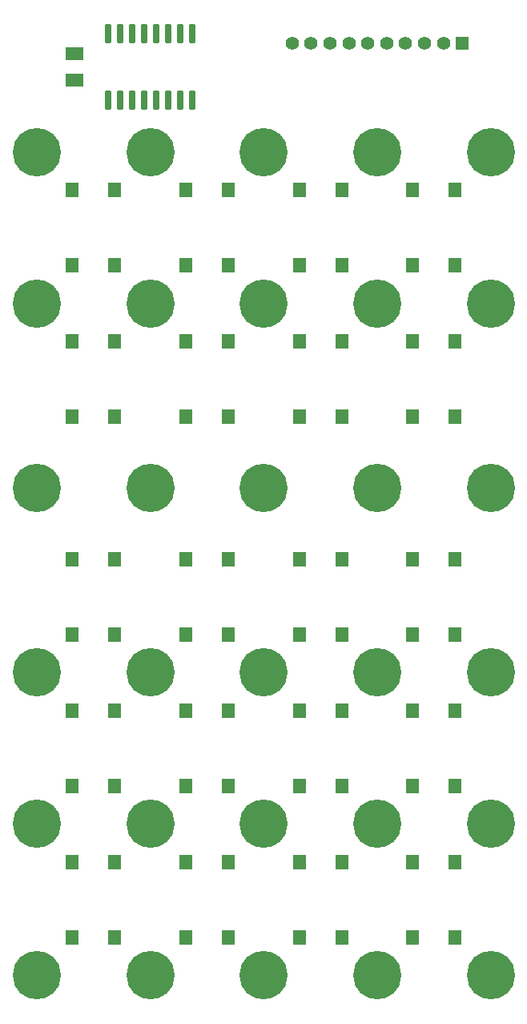
<source format=gbr>
%TF.GenerationSoftware,Altium Limited,Altium Designer,25.7.1 (20)*%
G04 Layer_Color=8388736*
%FSLAX45Y45*%
%MOMM*%
%TF.SameCoordinates,F992C923-051B-4CFE-8532-EDB8D3AF3AE8*%
%TF.FilePolarity,Negative*%
%TF.FileFunction,Soldermask,Top*%
%TF.Part,Single*%
G01*
G75*
%TA.AperFunction,SMDPad,CuDef*%
G04:AMPARAMS|DCode=26|XSize=1.952mm|YSize=0.702mm|CornerRadius=0.101mm|HoleSize=0mm|Usage=FLASHONLY|Rotation=90.000|XOffset=0mm|YOffset=0mm|HoleType=Round|Shape=RoundedRectangle|*
%AMROUNDEDRECTD26*
21,1,1.95200,0.50000,0,0,90.0*
21,1,1.75000,0.70200,0,0,90.0*
1,1,0.20200,0.25000,0.87500*
1,1,0.20200,0.25000,-0.87500*
1,1,0.20200,-0.25000,-0.87500*
1,1,0.20200,-0.25000,0.87500*
%
%ADD26ROUNDEDRECTD26*%
%ADD27R,1.40000X1.65000*%
%ADD28R,1.90200X1.40200*%
%TA.AperFunction,ComponentPad*%
%ADD29R,1.41000X1.41000*%
%ADD30C,1.41000*%
%TA.AperFunction,ViaPad*%
%ADD31C,5.10200*%
D26*
X11482500Y19850000D02*
D03*
X12244500Y20550000D02*
D03*
X12117500D02*
D03*
X11990500D02*
D03*
X11863500D02*
D03*
X12244500Y19850000D02*
D03*
X12117500D02*
D03*
X11990500D02*
D03*
X11863500D02*
D03*
X11355500D02*
D03*
X11609500D02*
D03*
X11736500D02*
D03*
Y20550000D02*
D03*
X11609500D02*
D03*
X11482500D02*
D03*
X11355500D02*
D03*
D27*
X14575000Y18102499D02*
D03*
X15025000D02*
D03*
Y18897501D02*
D03*
X14575000D02*
D03*
Y16502499D02*
D03*
X15025000D02*
D03*
Y17297501D02*
D03*
X14575000D02*
D03*
Y14202499D02*
D03*
X15025000D02*
D03*
Y14997501D02*
D03*
X14575000D02*
D03*
Y12602500D02*
D03*
X15025000D02*
D03*
Y13397501D02*
D03*
X14575000D02*
D03*
Y11002500D02*
D03*
X15025000D02*
D03*
Y11797500D02*
D03*
X14575000D02*
D03*
X13375000Y18102499D02*
D03*
X13825000D02*
D03*
Y18897501D02*
D03*
X13375000D02*
D03*
Y16502499D02*
D03*
X13825000D02*
D03*
Y17297501D02*
D03*
X13375000D02*
D03*
Y14202499D02*
D03*
X13825000D02*
D03*
Y14997501D02*
D03*
X13375000D02*
D03*
Y12602500D02*
D03*
X13825000D02*
D03*
Y13397501D02*
D03*
X13375000D02*
D03*
Y11002500D02*
D03*
X13825000D02*
D03*
Y11797500D02*
D03*
X13375000D02*
D03*
X12175000Y18102499D02*
D03*
X12625000D02*
D03*
Y18897501D02*
D03*
X12175000D02*
D03*
X12175000Y16502499D02*
D03*
X12625000D02*
D03*
Y17297501D02*
D03*
X12175000D02*
D03*
Y14202499D02*
D03*
X12625000D02*
D03*
Y14997501D02*
D03*
X12175000D02*
D03*
X12175000Y12602500D02*
D03*
X12625000D02*
D03*
Y13397501D02*
D03*
X12175000D02*
D03*
Y11002500D02*
D03*
X12625000D02*
D03*
Y11797500D02*
D03*
X12175000D02*
D03*
X10975000Y18102499D02*
D03*
X11425000D02*
D03*
Y18897501D02*
D03*
X10975000D02*
D03*
Y16502499D02*
D03*
X11425000D02*
D03*
Y17297501D02*
D03*
X10975000D02*
D03*
Y14202499D02*
D03*
X11425000D02*
D03*
Y14997501D02*
D03*
X10975000D02*
D03*
Y12602500D02*
D03*
X11425000D02*
D03*
Y13397501D02*
D03*
X10975000D02*
D03*
Y11002500D02*
D03*
X11425000D02*
D03*
Y11797500D02*
D03*
X10975000D02*
D03*
D28*
X11000000Y20339999D02*
D03*
Y20060001D02*
D03*
D29*
X15100002Y20450000D02*
D03*
D30*
X14900002D02*
D03*
X14700002D02*
D03*
X14500002D02*
D03*
X14300002D02*
D03*
X14100002D02*
D03*
X13900002D02*
D03*
X13700002D02*
D03*
X13500000D02*
D03*
X13300000D02*
D03*
D31*
X14200000Y10600000D02*
D03*
X15400000D02*
D03*
Y12200000D02*
D03*
X14200000D02*
D03*
X13000000D02*
D03*
X10600000Y10600000D02*
D03*
X11800000D02*
D03*
X13000000D02*
D03*
X11800000Y12200000D02*
D03*
X10600000D02*
D03*
Y13800000D02*
D03*
X11800000D02*
D03*
X13000000D02*
D03*
X14200000D02*
D03*
X15400000D02*
D03*
Y15750000D02*
D03*
X14200000D02*
D03*
X13000000D02*
D03*
X11800000D02*
D03*
X10600000D02*
D03*
Y17700000D02*
D03*
X11800000D02*
D03*
X13000000D02*
D03*
X14200000D02*
D03*
X15400000D02*
D03*
Y19300000D02*
D03*
X14200000D02*
D03*
X13000000D02*
D03*
X11800000D02*
D03*
X10600000D02*
D03*
%TF.MD5,c6866153305282e03cff465a70718c4a*%
M02*

</source>
